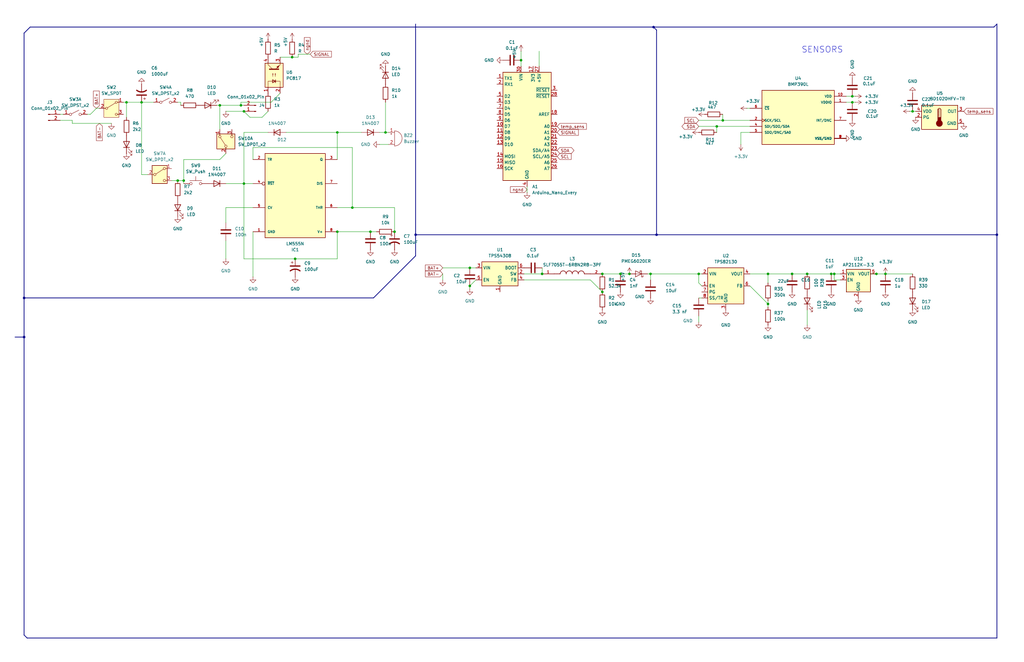
<source format=kicad_sch>
(kicad_sch (version 20250114) (generator "eeschema") (generator_version "9.0")
  (paper "USLedger")
  (text "SENSORS " (at 347.726 21.082 0) (effects (font (size 2.54 2.54))))
  (junction (at 351.79 115.57))
  (junction (at 261.62 115.57))
  (junction (at 102.87 46.99))
  (junction (at 198.12 113.03))
  (junction (at 10.16 125.73))
  (junction (at 102.87 77.47))
  (junction (at 162.56 55.88))
  (junction (at 156.21 97.79))
  (junction (at 334.01 115.57))
  (junction (at 219.71 25.4))
  (junction (at 59.69 43.18))
  (junction (at 10.16 142.24))
  (junction (at 275.59 11.43))
  (junction (at 74.93 76.2))
  (junction (at 166.37 97.79))
  (junction (at 274.32 115.57))
  (junction (at 369.57 115.57))
  (junction (at 254 123.19))
  (junction (at 323.85 128.27))
  (junction (at 350.52 115.57))
  (junction (at 265.43 115.57))
  (junction (at 373.38 115.57))
  (junction (at 302.26 53.34))
  (junction (at 304.8 50.8))
  (junction (at 228.6 115.57))
  (junction (at 323.85 115.57))
  (junction (at 359.41 43.18))
  (junction (at 276.86 99.06))
  (junction (at 359.41 40.64))
  (junction (at 294.64 115.57))
  (junction (at 92.71 44.45))
  (junction (at 123.19 24.13))
  (junction (at 77.47 76.2))
  (junction (at 340.36 115.57))
  (junction (at 53.34 43.18))
  (junction (at 384.81 46.99))
  (junction (at 148.59 87.63))
  (junction (at 142.24 97.79))
  (junction (at 124.46 109.22))
  (junction (at 142.24 55.88))
  (junction (at 175.26 99.06))
  (junction (at 198.12 120.65))
  (junction (at 254 115.57))
  (junction (at 101.6 44.45))
  (junction (at 420.37 99.06))
  (wire (pts (xy 295.91 120.65) (xy 294.64 119.38)))
  (wire (pts (xy 302.26 53.34) (xy 302.26 55.88)))
  (wire (pts (xy 166.37 87.63) (xy 166.37 97.79)))
  (wire (pts (xy 312.42 55.88) (xy 312.42 60.96)))
  (wire (pts (xy 130.81 22.86) (xy 125.73 22.86)))
  (wire (pts (xy 316.23 120.65) (xy 323.85 128.27)))
  (wire (pts (xy 356.87 58.42) (xy 355.6 58.42)))
  (wire (pts (xy 367.03 115.57) (xy 369.57 115.57)))
  (wire (pts (xy 156.21 97.79) (xy 158.75 97.79)))
  (wire (pts (xy 95.25 101.6) (xy 95.25 109.22)))
  (wire (pts (xy 114.3 43.18) (xy 118.11 39.37)))
  (wire (pts (xy 92.71 67.31) (xy 95.25 64.77)))
  (wire (pts (xy 52.07 43.18) (xy 53.34 43.18)))
  (bus (pts (xy 175.26 99.06) (xy 276.86 99.06)))
  (wire (pts (xy 316.23 45.72) (xy 314.96 45.72)))
  (wire (pts (xy 350.52 115.57) (xy 351.79 115.57)))
  (wire (pts (xy 220.98 115.57) (xy 228.6 115.57)))
  (wire (pts (xy 163.83 60.96) (xy 160.02 60.96)))
  (bus (pts (xy 157.48 125.73) (xy 175.26 107.95)))
  (bus (pts (xy 420.37 10.16) (xy 420.37 99.06)))
  (wire (pts (xy 323.85 115.57) (xy 334.01 115.57)))
  (wire (pts (xy 200.66 118.11) (xy 198.12 120.65)))
  (bus (pts (xy 276.86 12.7) (xy 275.59 11.43)))
  (wire (pts (xy 106.68 62.23) (xy 148.59 62.23)))
  (wire (pts (xy 294.64 133.35) (xy 294.64 135.89)))
  (wire (pts (xy 74.93 43.18) (xy 76.2 43.18)))
  (bus (pts (xy 175.26 107.95) (xy 175.26 99.06)))
  (wire (pts (xy 219.71 25.4) (xy 219.71 27.94)))
  (wire (pts (xy 351.79 115.57) (xy 354.33 115.57)))
  (bus (pts (xy 6.35 142.24) (xy 10.16 142.24)))
  (wire (pts (xy 106.68 116.84) (xy 106.68 97.79)))
  (wire (pts (xy 198.12 121.92) (xy 198.12 120.65)))
  (wire (pts (xy 102.87 77.47) (xy 106.68 77.47)))
  (wire (pts (xy 40.64 45.72) (xy 41.91 45.72)))
  (wire (pts (xy 162.56 43.18) (xy 162.56 55.88)))
  (wire (pts (xy 91.44 44.45) (xy 92.71 44.45)))
  (bus (pts (xy 420.37 99.06) (xy 420.37 269.24)))
  (wire (pts (xy 228.6 113.03) (xy 228.6 115.57)))
  (wire (pts (xy 304.8 48.26) (xy 304.8 50.8)))
  (wire (pts (xy 30.48 52.07) (xy 46.99 52.07)))
  (wire (pts (xy 302.26 53.34) (xy 316.23 53.34)))
  (wire (pts (xy 274.32 115.57) (xy 294.64 115.57)))
  (wire (pts (xy 26.67 48.26) (xy 25.4 48.26)))
  (wire (pts (xy 76.2 43.18) (xy 76.2 44.45)))
  (wire (pts (xy 53.34 43.18) (xy 59.69 43.18)))
  (wire (pts (xy 101.6 44.45) (xy 102.87 44.45)))
  (wire (pts (xy 163.83 55.88) (xy 162.56 55.88)))
  (wire (pts (xy 30.48 50.8) (xy 30.48 52.07)))
  (wire (pts (xy 356.87 40.64) (xy 359.41 40.64)))
  (wire (pts (xy 261.62 115.57) (xy 265.43 115.57)))
  (wire (pts (xy 148.59 87.63) (xy 166.37 87.63)))
  (wire (pts (xy 36.83 48.26) (xy 38.1 48.26)))
  (wire (pts (xy 274.32 118.11) (xy 274.32 115.57)))
  (wire (pts (xy 248.92 118.11) (xy 254 123.19)))
  (wire (pts (xy 162.56 55.88) (xy 160.02 55.88)))
  (bus (pts (xy 275.59 11.43) (xy 419.1 11.43)))
  (wire (pts (xy 316.23 115.57) (xy 323.85 115.57)))
  (wire (pts (xy 59.69 43.18) (xy 64.77 43.18)))
  (wire (pts (xy 101.6 43.18) (xy 114.3 43.18)))
  (wire (pts (xy 102.87 77.47) (xy 102.87 109.22)))
  (wire (pts (xy 227.33 21.59) (xy 227.33 27.94)))
  (wire (pts (xy 101.6 44.45) (xy 101.6 43.18)))
  (wire (pts (xy 92.71 44.45) (xy 92.71 54.61)))
  (bus (pts (xy 420.37 269.24) (xy 11.43 269.24)))
  (wire (pts (xy 359.41 40.64) (xy 360.68 40.64)))
  (wire (pts (xy 323.85 119.38) (xy 323.85 115.57)))
  (wire (pts (xy 254 115.57) (xy 261.62 115.57)))
  (wire (pts (xy 294.64 50.8) (xy 304.8 50.8)))
  (wire (pts (xy 222.25 81.28) (xy 222.25 78.74)))
  (wire (pts (xy 95.25 87.63) (xy 106.68 87.63)))
  (wire (pts (xy 106.68 62.23) (xy 106.68 67.31)))
  (wire (pts (xy 186.69 118.11) (xy 186.69 115.57)))
  (wire (pts (xy 124.46 109.22) (xy 142.24 109.22)))
  (wire (pts (xy 383.54 46.99) (xy 384.81 46.99)))
  (wire (pts (xy 102.87 46.99) (xy 105.41 49.53)))
  (wire (pts (xy 125.73 22.86) (xy 125.73 24.13)))
  (wire (pts (xy 59.69 73.66) (xy 62.23 73.66)))
  (wire (pts (xy 77.47 76.2) (xy 77.47 67.31)))
  (wire (pts (xy 340.36 115.57) (xy 350.52 115.57)))
  (wire (pts (xy 356.87 43.18) (xy 359.41 43.18)))
  (wire (pts (xy 312.42 55.88) (xy 316.23 55.88)))
  (wire (pts (xy 294.64 125.73) (xy 295.91 125.73)))
  (wire (pts (xy 38.1 48.26) (xy 40.64 45.72)))
  (wire (pts (xy 74.93 76.2) (xy 77.47 76.2)))
  (wire (pts (xy 294.64 115.57) (xy 294.64 119.38)))
  (wire (pts (xy 142.24 55.88) (xy 142.24 67.31)))
  (wire (pts (xy 294.64 115.57) (xy 295.91 115.57)))
  (wire (pts (xy 59.69 43.18) (xy 59.69 73.66)))
  (bus (pts (xy 10.16 125.73) (xy 10.16 142.24)))
  (wire (pts (xy 359.41 43.18) (xy 360.68 43.18)))
  (wire (pts (xy 369.57 115.57) (xy 373.38 115.57)))
  (wire (pts (xy 273.05 115.57) (xy 274.32 115.57)))
  (bus (pts (xy 276.86 99.06) (xy 420.37 99.06)))
  (wire (pts (xy 351.79 115.57) (xy 351.79 118.11)))
  (wire (pts (xy 198.12 113.03) (xy 200.66 113.03)))
  (wire (pts (xy 340.36 130.81) (xy 340.36 137.16)))
  (wire (pts (xy 373.38 115.57) (xy 384.81 115.57)))
  (wire (pts (xy 53.34 43.18) (xy 53.34 49.53)))
  (bus (pts (xy 12.7 11.43) (xy 275.59 11.43)))
  (wire (pts (xy 152.4 55.88) (xy 142.24 55.88)))
  (wire (pts (xy 384.81 46.99) (xy 386.08 46.99)))
  (wire (pts (xy 72.39 76.2) (xy 74.93 76.2)))
  (wire (pts (xy 77.47 77.47) (xy 77.47 76.2)))
  (wire (pts (xy 102.87 109.22) (xy 124.46 109.22)))
  (wire (pts (xy 220.98 118.11) (xy 248.92 118.11)))
  (wire (pts (xy 95.25 87.63) (xy 95.25 93.98)))
  (wire (pts (xy 102.87 55.88) (xy 113.03 55.88)))
  (wire (pts (xy 77.47 67.31) (xy 92.71 67.31)))
  (bus (pts (xy 175.26 10.16) (xy 175.26 99.06)))
  (wire (pts (xy 120.65 55.88) (xy 142.24 55.88)))
  (wire (pts (xy 334.01 115.57) (xy 340.36 115.57)))
  (wire (pts (xy 148.59 62.23) (xy 148.59 87.63)))
  (wire (pts (xy 323.85 127) (xy 323.85 128.27)))
  (wire (pts (xy 95.25 77.47) (xy 102.87 77.47)))
  (wire (pts (xy 105.41 49.53) (xy 110.49 49.53)))
  (wire (pts (xy 123.19 24.13) (xy 118.11 24.13)))
  (bus (pts (xy 10.16 13.97) (xy 12.7 11.43)))
  (wire (pts (xy 304.8 50.8) (xy 316.23 50.8)))
  (wire (pts (xy 110.49 49.53) (xy 113.03 46.99)))
  (wire (pts (xy 25.4 50.8) (xy 30.48 50.8)))
  (bus (pts (xy 10.16 267.97) (xy 10.16 142.24)))
  (wire (pts (xy 323.85 129.54) (xy 323.85 128.27)))
  (wire (pts (xy 92.71 44.45) (xy 101.6 44.45)))
  (wire (pts (xy 102.87 46.99) (xy 95.25 46.99)))
  (bus (pts (xy 10.16 13.97) (xy 10.16 125.73)))
  (wire (pts (xy 125.73 24.13) (xy 123.19 24.13)))
  (bus (pts (xy 10.16 125.73) (xy 157.48 125.73)))
  (wire (pts (xy 351.79 118.11) (xy 354.33 118.11)))
  (bus (pts (xy 276.86 99.06) (xy 276.86 12.7)))
  (wire (pts (xy 219.71 21.59) (xy 219.71 25.4)))
  (wire (pts (xy 186.69 113.03) (xy 198.12 113.03)))
  (bus (pts (xy 419.1 11.43) (xy 420.37 10.16)))
  (wire (pts (xy 142.24 97.79) (xy 156.21 97.79)))
  (wire (pts (xy 294.64 53.34) (xy 302.26 53.34)))
  (wire (pts (xy 102.87 55.88) (xy 102.87 77.47)))
  (bus (pts (xy 11.43 269.24) (xy 10.16 267.97)))
  (wire (pts (xy 142.24 87.63) (xy 148.59 87.63)))
  (wire (pts (xy 142.24 97.79) (xy 142.24 109.22)))
  (global_label "temp_sens" (shape input) (at 406.4 46.99 0) (property "Intersheetrefs" "${INTERSHEET_REFS}" (effects (hide yes))))
  (global_label "BAT-" (shape input) (at 41.91 52.07 270) (property "Intersheetrefs" "${INTERSHEET_REFS}" (effects (hide yes))))
  (global_label "SIGNAL" (shape input) (at 130.81 22.86 0) (property "Intersheetrefs" "${INTERSHEET_REFS}" (effects (hide yes))))
  (global_label "BAT-" (shape input) (at 186.69 115.57 180) (property "Intersheetrefs" "${INTERSHEET_REFS}" (effects (hide yes))))
  (global_label "temp_sens" (shape input) (at 234.95 53.34 0) (property "Intersheetrefs" "${INTERSHEET_REFS}" (effects (hide yes))))
  (global_label "SDA" (shape bidirectional) (at 234.95 63.5 0) (property "Intersheetrefs" "${INTERSHEET_REFS}" (effects (hide yes))))
  (global_label "ngnd" (shape input) (at 222.25 80.01 180) (property "Intersheetrefs" "${INTERSHEET_REFS}" (effects (hide yes))))
  (global_label "SIGNAL" (shape input) (at 234.95 55.88 0) (property "Intersheetrefs" "${INTERSHEET_REFS}" (effects (hide yes))))
  (global_label "BAT+" (shape input) (at 40.64 45.72 90) (property "Intersheetrefs" "${INTERSHEET_REFS}" (effects (hide yes))))
  (global_label "BAT+" (shape input) (at 186.69 113.03 180) (property "Intersheetrefs" "${INTERSHEET_REFS}" (effects (hide yes))))
  (global_label "SCL" (shape input) (at 234.95 66.04 0) (property "Intersheetrefs" "${INTERSHEET_REFS}" (effects (hide yes))))
  (global_label "ngnd" (shape input) (at 129.54 22.86 90) (property "Intersheetrefs" "${INTERSHEET_REFS}" (effects (hide yes))))
  (global_label "SCL" (shape input) (at 294.64 50.8 180) (property "Intersheetrefs" "${INTERSHEET_REFS}" (effects (hide yes))))
  (global_label "SDA" (shape bidirectional) (at 294.64 53.34 180) (property "Intersheetrefs" "${INTERSHEET_REFS}" (effects (hide yes))))
  (symbol (lib_id "power:GND") (at 406.4 52.07 0) (unit 1)
    (property "Reference" "#PWR0171" (effects (hide yes)))
    (property "Value" "GND" (at 406.4 57.15 0))
    (property "Description" "Power symbol creates a global label with name \"GND\" , ground" (effects (hide yes)))
  )
  (symbol (lib_id "power:GND") (at 386.08 49.53 0) (unit 1)
    (property "Reference" "#PWR0172" (effects (hide yes)))
    (property "Value" "GND" (at 386.08 54.61 0))
    (property "Description" "Power symbol creates a global label with name \"GND\" , ground" (effects (hide yes)))
  )
  (symbol (lib_id "Device:C") (at 95.25 97.79 0) (unit 1)
    (property "Reference" "C10" (at 99.06 96.5199 0) (effects (justify left)))
    (property "Value" "100n" (at 99.06 99.0599 0) (effects (justify left)))
    (property "Footprint" "Capacitor_SMD:C_0805_2012Metric" (effects (hide yes)))
    (property "Description" "Unpolarized capacitor" (effects (hide yes)))
  )
  (symbol (lib_id "Device:LED") (at 74.93 87.63 90) (unit 1)
    (property "Reference" "D9" (at 78.74 87.9474 90) (effects (justify right)))
    (property "Value" "LED" (at 78.74 90.4874 90) (effects (justify right)))
    (property "Footprint" "LED_THT:LED_D3.0mm" (effects (hide yes)))
    (property "Description" "Light emitting diode" (effects (hide yes)))
    (property "Sim.Pins" "1=K 2=A" (effects (hide yes)))
  )
  (symbol (lib_id "Device:D") (at 116.84 55.88 0) (unit 1)
    (property "Reference" "D12" (at 118.872 58.928 0))
    (property "Value" "1N4007" (at 116.84 52.07 0))
    (property "Footprint" "Diode_SMD:D_SOD-123F" (effects (hide yes)))
    (property "Description" "Diode" (effects (hide yes)))
    (property "Sim.Device" "D" (effects (hide yes)))
    (property "Sim.Pins" "1=K 2=A" (effects (hide yes)))
  )
  (symbol (lib_id "power:GND") (at 254 130.81 0) (unit 1)
    (property "Reference" "#PWR04" (effects (hide yes)))
    (property "Value" "GND" (at 254 135.89 0))
    (property "Description" "Power symbol creates a global label with name \"GND\" , ground" (effects (hide yes)))
  )
  (symbol (lib_id "power:+3.3V") (at 360.68 40.64 270) (unit 1)
    (property "Reference" "#PWR0149" (effects (hide yes)))
    (property "Value" "+3.3V" (at 364.49 40.6399 90) (effects (justify left)))
    (property "Description" "Power symbol creates a global label with name \"+3.3V\"" (effects (hide yes)))
  )
  (symbol (lib_id "power:GND") (at 156.21 105.41 0) (unit 1)
    (property "Reference" "#PWR018" (effects (hide yes)))
    (property "Value" "GND" (at 156.21 110.49 0))
    (property "Description" "Power symbol creates a global label with name \"GND\" , ground" (effects (hide yes)))
  )
  (symbol (lib_id "Device:R") (at 298.45 55.88 90) (unit 1)
    (property "Reference" "R11" (at 299.466 58.928 90))
    (property "Value" "4k7" (at 299.212 60.452 90))
    (property "Footprint" "Resistor_SMD:R_0805_2012Metric" (effects (hide yes)))
    (property "Description" "Resistor" (effects (hide yes)))
  )
  (symbol (lib_id "Device:R") (at 254 119.38 0) (unit 1)
    (property "Reference" "R1" (at 256.54 118.1099 0) (effects (justify left)))
    (property "Value" "52.3k" (at 256.54 120.6499 0) (effects (justify left)))
    (property "Footprint" "Resistor_SMD:R_0805_2012Metric" (effects (hide yes)))
    (property "Description" "Resistor" (effects (hide yes)))
  )
  (symbol (lib_id "Device:C") (at 274.32 121.92 0) (unit 1)
    (property "Reference" "C14" (at 280.67 120.142 0) (effects (justify left)))
    (property "Value" "10uF" (at 280.67 122.682 0) (effects (justify left)))
    (property "Footprint" "Capacitor_SMD:C_0805_2012Metric" (effects (hide yes)))
    (property "Description" "Unpolarized capacitor" (effects (hide yes)))
  )
  (symbol (lib_id "Device:Buzzer") (at 166.37 58.42 0) (unit 1)
    (property "Reference" "BZ2" (at 170.18 57.1499 0) (effects (justify left)))
    (property "Value" "Buzzer" (at 170.18 59.6899 0) (effects (justify left)))
    (property "Footprint" "Buzzer_Beeper:Buzzer_12x9.5RM7.6" (effects (hide yes)))
    (property "Description" "Buzzer, polarized" (effects (hide yes)))
  )
  (symbol (lib_id "Device:D") (at 91.44 77.47 180) (unit 1)
    (property "Reference" "D11" (at 91.44 71.12 0))
    (property "Value" "1N4007" (at 91.44 73.66 0))
    (property "Footprint" "Diode_SMD:D_SOD-123F" (effects (hide yes)))
    (property "Description" "Diode" (effects (hide yes)))
    (property "Sim.Device" "D" (effects (hide yes)))
    (property "Sim.Pins" "1=K 2=A" (effects (hide yes)))
  )
  (symbol (lib_id "Regulator_Linear:AP2112K-3.3") (at 361.95 118.11 0) (unit 1)
    (property "Reference" "U12" (at 361.95 109.22 0))
    (property "Value" "AP2112K-3.3" (at 361.95 111.76 0))
    (property "Footprint" "Package_TO_SOT_SMD:SOT-23-5" (effects (hide yes)))
    (property "Datasheet" "https://www.diodes.com/assets/Datasheets/AP2112.pdf" (effects (hide yes)))
    (property "Description" "600mA low dropout linear regulator, with enable pin, 3.8V-6V input voltage range, 3.3V fixed positive output, SOT-23-5" (effects (hide yes)))
  )
  (symbol (lib_id "power:GND") (at 106.68 116.84 0) (unit 1)
    (property "Reference" "#PWR020" (effects (hide yes)))
    (property "Value" "GND" (at 106.68 121.92 0))
    (property "Description" "Power symbol creates a global label with name \"GND\" , ground" (effects (hide yes)))
  )
  (symbol (lib_id "Device:LED") (at 162.56 31.75 270) (unit 1)
    (property "Reference" "D14" (at 165.1 28.8924 90) (effects (justify left)))
    (property "Value" "LED" (at 165.1 31.4324 90) (effects (justify left)))
    (property "Footprint" "LED_THT:LED_D3.0mm" (effects (hide yes)))
    (property "Description" "Light emitting diode" (effects (hide yes)))
    (property "Sim.Pins" "1=K 2=A" (effects (hide yes)))
  )
  (symbol (lib_id "Device:C_Polarized_US") (at 59.69 39.37 180) (unit 1)
    (property "Reference" "C6" (at 63.754 28.702 0) (effects (justify right)))
    (property "Value" "1000uF" (at 63.754 31.242 0) (effects (justify right)))
    (property "Footprint" "Capacitor_SMD:C_0805_2012Metric" (effects (hide yes)))
    (property "Description" "Polarized capacitor, US symbol" (effects (hide yes)))
  )
  (symbol (lib_id "power:GND") (at 274.32 125.73 0) (unit 1)
    (property "Reference" "#PWR0131" (effects (hide yes)))
    (property "Value" "GND" (at 269.748 125.222 0))
    (property "Description" "Power symbol creates a global label with name \"GND\" , ground" (effects (hide yes)))
  )
  (symbol (lib_id "power:GND") (at 74.93 91.44 0) (unit 1)
    (property "Reference" "#PWR015" (effects (hide yes)))
    (property "Value" "GND" (at 74.93 96.52 0))
    (property "Description" "Power symbol creates a global label with name \"GND\" , ground" (effects (hide yes)))
  )
  (symbol (lib_id "power:GND") (at 384.81 130.81 0) (unit 1)
    (property "Reference" "#PWR0193" (effects (hide yes)))
    (property "Value" "GND" (at 384.81 135.89 0))
    (property "Description" "Power symbol creates a global label with name \"GND\" , ground" (effects (hide yes)))
  )
  (symbol (lib_id "power:+3.3V") (at 314.96 45.72 90) (unit 1)
    (property "Reference" "#PWR0145" (effects (hide yes)))
    (property "Value" "+3.3V" (at 320.294 42.672 90) (effects (justify left)))
    (property "Description" "Power symbol creates a global label with name \"+3.3V\"" (effects (hide yes)))
  )
  (symbol (lib_id "power:GND") (at 323.85 137.16 0) (unit 1)
    (property "Reference" "#PWR0186" (effects (hide yes)))
    (property "Value" "GND" (at 323.85 142.24 0))
    (property "Description" "Power symbol creates a global label with name \"GND\" , ground" (effects (hide yes)))
  )
  (symbol (lib_id "Device:R") (at 123.19 20.32 0) (unit 1)
    (property "Reference" "R4" (at 125.73 19.0499 0) (effects (justify left)))
    (property "Value" "R" (at 125.73 21.5899 0) (effects (justify left)))
    (property "Footprint" "Resistor_SMD:R_0805_2012Metric" (effects (hide yes)))
    (property "Description" "Resistor" (effects (hide yes)))
  )
  (symbol (lib_id "Device:C") (at 224.79 113.03 90) (unit 1)
    (property "Reference" "C3" (at 224.79 105.41 90))
    (property "Value" "0.1uF" (at 224.79 107.95 90))
    (property "Footprint" "Capacitor_SMD:C_0805_2012Metric" (effects (hide yes)))
    (property "Description" "Unpolarized capacitor" (effects (hide yes)))
  )
  (symbol (lib_id "power:+3.3V") (at 312.42 60.96 180) (unit 1)
    (property "Reference" "#PWR0161" (effects (hide yes)))
    (property "Value" "+3.3V" (at 312.42 66.04 0))
    (property "Description" "Power symbol creates a global label with name \"+3.3V\"" (effects (hide yes)))
  )
  (symbol (lib_id "LM555N:LM555N") (at 124.46 82.55 0) (mirror x) (unit 1)
    (property "Reference" "IC1" (at 124.46 105.41 0))
    (property "Value" "LM555N" (at 124.46 102.87 0))
    (property "Footprint" "Package_SO:SOIC-8_3.9x4.9mm_P1.27mm" (effects (hide yes)))
    (property "MF" "Intersil" (effects (hide yes)))
    (property "Description_1" "TIMER FOR TIMING DELAYS" (effects (hide yes)))
    (property "Package" "None" (effects (hide yes)))
    (property "Price" "None" (effects (hide yes)))
    (property "SnapEDA_Link" "https://www.snapeda.com/parts/LM555N/Intersil/view-part/?ref=snap" (effects (hide yes)))
    (property "MP" "LM555N" (effects (hide yes)))
    (property "Availability" "Not in stock" (effects (hide yes)))
    (property "Check_prices" "https://www.snapeda.com/parts/LM555N/Intersil/view-part/?ref=eda" (effects (hide yes)))
  )
  (symbol (lib_id "Device:R") (at 254 127 0) (unit 1)
    (property "Reference" "R2" (at 256.54 125.7299 0) (effects (justify left)))
    (property "Value" "10k" (at 256.54 128.2699 0) (effects (justify left)))
    (property "Footprint" "Resistor_SMD:R_0805_2012Metric" (effects (hide yes)))
    (property "Description" "Resistor" (effects (hide yes)))
  )
  (symbol (lib_id "Device:C") (at 359.41 46.99 180) (unit 1)
    (property "Reference" "C20" (at 367.792 46.99 0))
    (property "Value" "0.1uF" (at 367.792 49.022 0))
    (property "Footprint" "Capacitor_SMD:C_0805_2012Metric" (effects (hide yes)))
    (property "Description" "Unpolarized capacitor" (effects (hide yes)))
  )
  (symbol (lib_id "Switch:SW_DPST_x2") (at 31.75 48.26 0) (unit 1)
    (property "Reference" "SW3" (at 31.75 41.91 0))
    (property "Value" "SW_DPST_x2" (at 31.75 44.45 0))
    (property "Footprint" "Connector_PinHeader_2.54mm:PinHeader_1x02_P2.54mm_Vertical" (effects (hide yes)))
    (property "Description" "Single Pole Single Throw (SPST) switch, separate symbol" (effects (hide yes)))
  )
  (symbol (lib_id "Regulator_Switching:TPS54308") (at 210.82 115.57 0) (unit 1)
    (property "Reference" "U1" (at 210.82 105.41 0))
    (property "Value" "TPS54308" (at 210.82 107.95 0))
    (property "Footprint" "Package_TO_SOT_SMD:SOT-23-6" (effects (hide yes)))
    (property "Datasheet" "http://www.ti.com/lit/ds/symlink/tps54308.pdf" (effects (hide yes)))
    (property "Description" "3A, 4.5 to 28V Input, EMI Friendly integrated switch synchronous step-down regulator, continuous-conduction, SOT-23-6" (effects (hide yes)))
  )
  (symbol (lib_id "power:+3.3V") (at 360.68 43.18 270) (unit 1)
    (property "Reference" "#PWR0147" (effects (hide yes)))
    (property "Value" "+3.3V" (at 364.49 43.1799 90) (effects (justify left)))
    (property "Description" "Power symbol creates a global label with name \"+3.3V\"" (effects (hide yes)))
  )
  (symbol (lib_id "Device:LED") (at 87.63 44.45 180) (unit 1)
    (property "Reference" "D10" (at 89.2175 36.83 0))
    (property "Value" "LED" (at 89.2175 39.37 0))
    (property "Footprint" "LED_THT:LED_D3.0mm" (effects (hide yes)))
    (property "Description" "Light emitting diode" (effects (hide yes)))
    (property "Sim.Pins" "1=K 2=A" (effects (hide yes)))
  )
  (symbol (lib_id "BMP390L:BMP390L") (at 336.55 50.8 0) (unit 1)
    (property "Reference" "U4" (at 336.55 33.02 0))
    (property "Value" "BMP390L" (at 336.55 35.56 0))
    (property "Footprint" "Package_LGA:ST_HLGA-10_2x2mm_P0.5mm_LayoutBorder3x2y" (effects (hide yes)))
    (property "MF" "Bosch Sensortec" (effects (hide yes)))
    (property "MAXIMUM_PACKAGE_HEIGHT" "0.8 mm" (effects (hide yes)))
    (property "Package" "None" (effects (hide yes)))
    (property "Price" "None" (effects (hide yes)))
    (property "Check_prices" "https://www.snapeda.com/parts/BMP390L/Bosch/view-part/?ref=eda" (effects (hide yes)))
    (property "STANDARD" "Manufacturer Recommendation" (effects (hide yes)))
    (property "PARTREV" "1.7" (effects (hide yes)))
    (property "SnapEDA_Link" "https://www.snapeda.com/parts/BMP390L/Bosch/view-part/?ref=snap" (effects (hide yes)))
    (property "MP" "BMP390L" (effects (hide yes)))
    (property "Description_1" "\n                        \n                            Pressure Sensor Development Tools Evaluation Shuttle Board for the BMP390L\n                        \n" (effects (hide yes)))
    (property "MANUFACTURER" "BOSCH" (effects (hide yes)))
    (property "Availability" "In Stock" (effects (hide yes)))
    (property "SNAPEDA_PN" "BMP390L" (effects (hide yes)))
  )
  (symbol (lib_id "Isolator:PC817") (at 115.57 31.75 90) (unit 1)
    (property "Reference" "U6" (at 120.65 30.4799 90) (effects (justify right)))
    (property "Value" "PC817" (at 120.65 33.0199 90) (effects (justify right)))
    (property "Footprint" "Package_DIP:DIP-4_W7.62mm" (effects (hide yes)))
    (property "Datasheet" "http://www.soselectronic.cz/a_info/resource/d/pc817.pdf" (effects (hide yes)))
    (property "Description" "DC Optocoupler, Vce 35V, CTR 50-300%, DIP-4" (effects (hide yes)))
  )
  (symbol (lib_id "Sensor_Temperature:BD1020HFV") (at 396.24 49.53 0) (unit 1)
    (property "Reference" "U5" (at 396.24 39.37 0))
    (property "Value" "BD1020HFV-TR" (at 399.542 41.656 0))
    (property "Footprint" "Package_TO_SOT_SMD:HVSOF5" (effects (hide yes)))
    (property "Datasheet" "http://rohmfs.rohm.com/en/products/databook/datasheet/ic/sensor/temperature/bd1020hfv-e.pdf" (effects (hide yes)))
    (property "Description" "Analog Output Temperature Sensor" (effects (hide yes)))
  )
  (symbol (lib_id "Device:R") (at 53.34 53.34 0) (unit 1)
    (property "Reference" "R6" (at 55.88 52.0699 0) (effects (justify left)))
    (property "Value" "2k2" (at 55.88 54.6099 0) (effects (justify left)))
    (property "Footprint" "Resistor_SMD:R_0805_2012Metric" (effects (hide yes)))
    (property "Description" "Resistor" (effects (hide yes)))
  )
  (symbol (lib_id "Regulator_Switching:TPS82130") (at 306.07 120.65 0) (unit 1)
    (property "Reference" "U2" (at 306.07 107.95 0))
    (property "Value" "TPS82130" (at 306.07 110.49 0))
    (property "Footprint" "Package_LGA:Texas_SIL0008D_MicroSiP-8-1EP_2.8x3mm_P0.65mm_EP1.1x1.9mm_ThermalVias" (effects (hide yes)))
    (property "Datasheet" "http://www.ti.com/lit/ds/symlink/tps82130.pdf" (effects (hide yes)))
    (property "Description" "17V Input 3A Step-Down Converter MicroSiP Module with Integrated Inductor, μSiL-8" (effects (hide yes)))
  )
  (symbol (lib_id "power:GND") (at 334.01 123.19 0) (unit 1)
    (property "Reference" "#PWR0187" (effects (hide yes)))
    (property "Value" "GND" (at 334.01 128.27 0))
    (property "Description" "Power symbol creates a global label with name \"GND\" , ground" (effects (hide yes)))
  )
  (symbol (lib_id "Device:C_Polarized_US") (at 166.37 101.6 0) (unit 1)
    (property "Reference" "C7" (at 170.18 99.6949 0) (effects (justify left)))
    (property "Value" "100uF" (at 170.18 102.2349 0) (effects (justify left)))
    (property "Footprint" "Capacitor_SMD:C_0805_2012Metric" (effects (hide yes)))
    (property "Description" "Polarized capacitor, US symbol" (effects (hide yes)))
  )
  (symbol (lib_id "Connector:Conn_01x02_Pin") (at 107.95 46.99 180) (unit 1)
    (property "Reference" "J4" (at 109.22 44.4499 0) (effects (justify right)))
    (property "Value" "Conn_01x02_Pin" (at 95.758 40.894 0) (effects (justify right)))
    (property "Footprint" "Connector_PinSocket_2.54mm:PinSocket_1x02_P2.54mm_Vertical" (effects (hide yes)))
    (property "Description" "Generic connector, single row, 01x02, script generated" (effects (hide yes)))
  )
  (symbol (lib_id "power:GND") (at 373.38 123.19 0) (unit 1)
    (property "Reference" "#PWR0192" (effects (hide yes)))
    (property "Value" "GND" (at 373.38 128.27 0))
    (property "Description" "Power symbol creates a global label with name \"GND\" , ground" (effects (hide yes)))
  )
  (symbol (lib_id "Device:R") (at 162.56 97.79 90) (unit 1)
    (property "Reference" "R9" (at 162.56 91.44 90))
    (property "Value" "10k" (at 162.56 93.98 90))
    (property "Footprint" "Resistor_SMD:R_0805_2012Metric" (effects (hide yes)))
    (property "Description" "Resistor" (effects (hide yes)))
  )
  (symbol (lib_id "Device:C") (at 261.62 119.38 0) (unit 1)
    (property "Reference" "C4" (at 265.43 118.1099 0) (effects (justify left)))
    (property "Value" "1nF" (at 265.43 120.6499 0) (effects (justify left)))
    (property "Footprint" "Capacitor_SMD:C_0805_2012Metric" (effects (hide yes)))
    (property "Description" "Unpolarized capacitor" (effects (hide yes)))
  )
  (symbol (lib_id "power:GND") (at 95.25 46.99 0) (unit 1)
    (property "Reference" "#PWR016" (effects (hide yes)))
    (property "Value" "GND" (at 95.25 52.07 0))
    (property "Description" "Power symbol creates a global label with name \"GND\" , ground" (effects (hide yes)))
  )
  (symbol (lib_id "power:+5V") (at 219.71 21.59 0) (unit 1)
    (property "Reference" "#PWR0144" (effects (hide yes)))
    (property "Value" "+5V" (at 216.916 24.892 90) (effects (justify left)))
    (property "Description" "Power symbol creates a global label with name \"+5V\"" (effects (hide yes)))
  )
  (symbol (lib_id "power:GND") (at 160.02 60.96 270) (unit 1)
    (property "Reference" "#PWR022" (effects (hide yes)))
    (property "Value" "GND" (at 156.21 60.9599 90) (effects (justify right)))
    (property "Description" "Power symbol creates a global label with name \"GND\" , ground" (effects (hide yes)))
  )
  (symbol (lib_id "Device:LED") (at 53.34 60.96 90) (unit 1)
    (property "Reference" "D8" (at 57.15 61.2774 90) (effects (justify right)))
    (property "Value" "LED" (at 57.15 63.8174 90) (effects (justify right)))
    (property "Footprint" "LED_THT:LED_D3.0mm" (effects (hide yes)))
    (property "Description" "Light emitting diode" (effects (hide yes)))
    (property "Sim.Pins" "1=K 2=A" (effects (hide yes)))
  )
  (symbol (lib_id "Device:R") (at 323.85 123.19 0) (unit 1)
    (property "Reference" "R35" (at 326.39 121.9199 0) (effects (justify left)))
    (property "Value" "350k" (at 326.39 124.4599 0) (effects (justify left)))
    (property "Footprint" "Resistor_SMD:R_0805_2012Metric" (effects (hide yes)))
    (property "Description" "Resistor" (effects (hide yes)))
  )
  (symbol (lib_id "power:GND") (at 124.46 116.84 0) (unit 1)
    (property "Reference" "#PWR019" (effects (hide yes)))
    (property "Value" "GND" (at 124.46 121.92 0))
    (property "Description" "Power symbol creates a global label with name \"GND\" , ground" (effects (hide yes)))
  )
  (symbol (lib_id "power:GND") (at 355.6 58.42 90) (unit 1)
    (property "Reference" "#PWR0167" (effects (hide yes)))
    (property "Value" "GND" (at 359.41 58.4199 90) (effects (justify right)))
    (property "Description" "Power symbol creates a global label with name \"GND\" , ground" (effects (hide yes)))
  )
  (symbol (lib_id "power:GND") (at 95.25 109.22 0) (unit 1)
    (property "Reference" "#PWR021" (effects (hide yes)))
    (property "Value" "GND" (at 95.25 114.3 0))
    (property "Description" "Power symbol creates a global label with name \"GND\" , ground" (effects (hide yes)))
  )
  (symbol (lib_id "Device:C") (at 334.01 119.38 0) (unit 1)
    (property "Reference" "C16" (at 337.82 118.1099 0) (effects (justify left)))
    (property "Value" "22uF" (at 327.914 118.618 0) (effects (justify left)))
    (property "Footprint" "Capacitor_SMD:C_0805_2012Metric" (effects (hide yes)))
    (property "Description" "Unpolarized capacitor" (effects (hide yes)))
  )
  (symbol (lib_id "power:GND") (at 59.69 35.56 180) (unit 1)
    (property "Reference" "#PWR014" (effects (hide yes)))
    (property "Value" "GND" (at 59.69 30.48 0))
    (property "Description" "Power symbol creates a global label with name \"GND\" , ground" (effects (hide yes)))
  )
  (symbol (lib_id "Connector:Conn_01x02_Pin") (at 20.32 48.26 0) (unit 1)
    (property "Reference" "J3" (at 20.955 43.18 0))
    (property "Value" "Conn_01x02_Pin" (at 20.955 45.72 0))
    (property "Footprint" "Connector_AMASS:AMASS_XT60-F_1x02_P7.20mm_Vertical" (effects (hide yes)))
    (property "Description" "Generic connector, single row, 01x02, script generated" (effects (hide yes)))
  )
  (symbol (lib_id "Device:LED") (at 384.81 127 90) (unit 1)
    (property "Reference" "D17" (at 388.62 127.3174 90) (effects (justify right)))
    (property "Value" "LED" (at 388.62 129.8574 90) (effects (justify right)))
    (property "Footprint" "LED_SMD:LED_0201_0603Metric" (effects (hide yes)))
    (property "Description" "Light emitting diode" (effects (hide yes)))
    (property "Sim.Pins" "1=K 2=A" (effects (hide yes)))
  )
  (symbol (lib_id "power:GND") (at 306.07 130.81 0) (unit 1)
    (property "Reference" "#PWR027" (effects (hide yes)))
    (property "Value" "GND" (at 306.07 137.16 0))
    (property "Description" "Power symbol creates a global label with name \"GND\" , ground" (effects (hide yes)))
  )
  (symbol (lib_id "Switch:SW_Push") (at 82.55 77.47 0) (unit 1)
    (property "Reference" "SW9" (at 82.55 69.85 0))
    (property "Value" "SW_Push" (at 82.55 72.39 0))
    (property "Footprint" "Connector_PinHeader_2.54mm:PinHeader_1x02_P2.54mm_Vertical" (effects (hide yes)))
    (property "Description" "Push button switch, generic, two pins" (effects (hide yes)))
  )
  (symbol (lib_id "Device:R") (at 323.85 133.35 0) (unit 1)
    (property "Reference" "R37" (at 326.39 132.0799 0) (effects (justify left)))
    (property "Value" "100k" (at 326.39 134.6199 0) (effects (justify left)))
    (property "Footprint" "Resistor_SMD:R_0805_2012Metric" (effects (hide yes)))
    (property "Description" "Resistor" (effects (hide yes)))
  )
  (symbol (lib_id "power:GND") (at 53.34 64.77 0) (unit 1)
    (property "Reference" "#PWR013" (effects (hide yes)))
    (property "Value" "GND" (at 53.34 69.85 0))
    (property "Description" "Power symbol creates a global label with name \"GND\" , ground" (effects (hide yes)))
  )
  (symbol (lib_id "power:GND") (at 340.36 137.16 0) (unit 1)
    (property "Reference" "#PWR06" (effects (hide yes)))
    (property "Value" "GND" (at 340.36 142.24 0))
    (property "Description" "Power symbol creates a global label with name \"GND\" , ground" (effects (hide yes)))
  )
  (symbol (lib_id "SLF7055T-6R8N2R8-3PF[1]:SLF7055T-6R8N2R8-3PF") (at 241.3 115.57 0) (unit 1)
    (property "Reference" "L3" (at 241.3 109.22 0))
    (property "Value" "SLF7055T-6R8N2R8-3PF" (at 241.3 111.76 0))
    (property "Footprint" "Inductor_SMD:L_7.3x7.3_H4.5" (effects (hide yes)))
    (property "MF" "TDK" (effects (hide yes)))
    (property "MAXIMUM_PACKAGE_HEIGHT" "5.8 mm" (effects (hide yes)))
    (property "Package" "NON STANDARD-2 TDK" (effects (hide yes)))
    (property "Price" "None" (effects (hide yes)))
    (property "Check_prices" "https://www.snapeda.com/parts/SLF7055T-6R8N2R8-3PF/TDK/view-part/?ref=eda" (effects (hide yes)))
    (property "STANDARD" "Manufacturer Recommendations" (effects (hide yes)))
    (property "PARTREV" "N/A" (effects (hide yes)))
    (property "SnapEDA_Link" "https://www.snapeda.com/parts/SLF7055T-6R8N2R8-3PF/TDK/view-part/?ref=snap" (effects (hide yes)))
    (property "MP" "SLF7055T-6R8N2R8-3PF" (effects (hide yes)))
    (property "Description_1" "Inductor Power Shielded Wirewound 6.8uH 30% 100KHz Ferrite 2.8A 44.2mOhm DCR T/R" (effects (hide yes)))
    (property "Availability" "In Stock" (effects (hide yes)))
    (property "MANUFACTURER" "TDK" (effects (hide yes)))
  )
  (symbol (lib_id "power:GND") (at 162.56 27.94 180) (unit 1)
    (property "Reference" "#PWR023" (effects (hide yes)))
    (property "Value" "GND" (at 162.56 22.86 0))
    (property "Description" "Power symbol creates a global label with name \"GND\" , ground" (effects (hide yes)))
  )
  (symbol (lib_id "power:GND") (at 361.95 125.73 0) (unit 1)
    (property "Reference" "#PWR0190" (effects (hide yes)))
    (property "Value" "GND" (at 361.95 130.81 0))
    (property "Description" "Power symbol creates a global label with name \"GND\" , ground" (effects (hide yes)))
  )
  (symbol (lib_id "power:GND") (at 166.37 105.41 0) (unit 1)
    (property "Reference" "#PWR017" (effects (hide yes)))
    (property "Value" "GND" (at 166.37 110.49 0))
    (property "Description" "Power symbol creates a global label with name \"GND\" , ground" (effects (hide yes)))
  )
  (symbol (lib_id "power:GND") (at 359.41 50.8 0) (unit 1)
    (property "Reference" "#PWR030" (effects (hide yes)))
    (property "Value" "GND" (at 359.4099 54.61 90) (effects (justify right)))
    (property "Description" "Power symbol creates a global label with name \"GND\" , ground" (effects (hide yes)))
  )
  (symbol (lib_id "power:GND") (at 212.09 25.4 270) (unit 1)
    (property "Reference" "#PWR01" (effects (hide yes)))
    (property "Value" "GND" (at 208.28 25.3999 90) (effects (justify right)))
    (property "Description" "Power symbol creates a global label with name \"GND\" , ground" (effects (hide yes)))
  )
  (symbol (lib_id "Device:R") (at 113.03 20.32 0) (unit 1)
    (property "Reference" "R5" (at 115.57 19.0499 0) (effects (justify left)))
    (property "Value" "R" (at 115.57 21.5899 0) (effects (justify left)))
    (property "Footprint" "Resistor_SMD:R_0805_2012Metric" (effects (hide yes)))
    (property "Description" "Resistor" (effects (hide yes)))
  )
  (symbol (lib_id "Switch:SW_SPDT") (at 46.99 45.72 0) (unit 1)
    (property "Reference" "SW2" (at 46.99 36.83 0))
    (property "Value" "SW_SPDT" (at 46.99 39.37 0))
    (property "Footprint" "Connector_PinHeader_2.54mm:PinHeader_1x03_P2.54mm_Vertical" (effects (hide yes)))
    (property "Description" "Switch, single pole double throw" (effects (hide yes)))
  )
  (symbol (lib_id "Device:C") (at 384.81 43.18 0) (unit 1)
    (property "Reference" "C22" (at 388.62 41.9099 0) (effects (justify left)))
    (property "Value" "0.1uF" (at 388.62 44.4499 0) (effects (justify left)))
    (property "Footprint" "Capacitor_SMD:C_0805_2012Metric" (effects (hide yes)))
    (property "Description" "Unpolarized capacitor" (effects (hide yes)))
  )
  (symbol (lib_id "Switch:SW_DPDT_x2") (at 95.25 59.69 90) (unit 1)
    (property "Reference" "SW10" (at 100.33 58.4199 90) (effects (justify right)))
    (property "Value" "SW_DPDT_x2" (at 100.33 60.9599 90) (effects (justify right)))
    (property "Footprint" "Connector_PinHeader_2.54mm:PinHeader_1x03_P2.54mm_Vertical" (effects (hide yes)))
    (property "Description" "Switch, dual pole double throw, separate symbols" (effects (hide yes)))
  )
  (symbol (lib_id "power:+5V") (at 113.03 16.51 0) (unit 1)
    (property "Reference" "#PWR0150" (effects (hide yes)))
    (property "Value" "+5V" (at 110.236 19.812 90) (effects (justify left)))
    (property "Description" "Power symbol creates a global label with name \"+5V\"" (effects (hide yes)))
  )
  (symbol (lib_id "Switch:SW_DPST_x2") (at 69.85 43.18 0) (unit 1)
    (property "Reference" "SW4" (at 69.85 36.83 0))
    (property "Value" "SW_DPST_x2" (at 69.85 39.37 0))
    (property "Footprint" "Connector_PinHeader_2.54mm:PinHeader_1x02_P2.54mm_Vertical" (effects (hide yes)))
    (property "Description" "Single Pole Single Throw (SPST) switch, separate symbol" (effects (hide yes)))
  )
  (symbol (lib_id "Device:C") (at 198.12 116.84 0) (unit 1)
    (property "Reference" "C2" (at 191.262 116.332 0) (effects (justify left)))
    (property "Value" "10uF" (at 192.278 118.872 0) (effects (justify left)))
    (property "Footprint" "Capacitor_SMD:C_0805_2012Metric" (effects (hide yes)))
    (property "Description" "Unpolarized capacitor" (effects (hide yes)))
  )
  (symbol (lib_id "power:+3.3V") (at 294.64 55.88 90) (unit 1)
    (property "Reference" "#PWR0158" (effects (hide yes)))
    (property "Value" "+3.3V" (at 292.1 57.658 90) (effects (justify left)))
    (property "Description" "Power symbol creates a global label with name \"+3.3V\"" (effects (hide yes)))
  )
  (symbol (lib_id "Device:C") (at 215.9 25.4 90) (unit 1)
    (property "Reference" "C1" (at 215.9 17.78 90))
    (property "Value" "0.1uF" (at 215.9 20.32 90))
    (property "Footprint" "Capacitor_SMD:C_0805_2012Metric" (effects (hide yes)))
    (property "Description" "Unpolarized capacitor" (effects (hide yes)))
  )
  (symbol (lib_id "power:+3.3V") (at 383.54 46.99 90) (unit 1)
    (property "Reference" "#PWR0170" (effects (hide yes)))
    (property "Value" "+3.3V" (at 382.27 44.45 90))
    (property "Description" "Power symbol creates a global label with name \"+3.3V\"" (effects (hide yes)))
  )
  (symbol (lib_id "Device:R") (at 113.03 43.18 0) (unit 1)
    (property "Reference" "R3" (at 115.57 41.9099 0) (effects (justify left)))
    (property "Value" "1k" (at 115.57 44.4499 0) (effects (justify left)))
    (property "Footprint" "Resistor_SMD:R_0805_2012Metric" (effects (hide yes)))
    (property "Description" "Resistor" (effects (hide yes)))
  )
  (symbol (lib_id "power:GND") (at 261.62 123.19 0) (unit 1)
    (property "Reference" "#PWR05" (effects (hide yes)))
    (property "Value" "GND" (at 261.62 128.27 0))
    (property "Description" "Power symbol creates a global label with name \"GND\" , ground" (effects (hide yes)))
  )
  (symbol (lib_id "power:+3.3V") (at 373.38 115.57 0) (unit 1)
    (property "Reference" "#PWR0191" (effects (hide yes)))
    (property "Value" "+3.3V" (at 373.38 110.49 0))
    (property "Description" "Power symbol creates a global label with name \"+3.3V\"" (effects (hide yes)))
  )
  (symbol (lib_id "power:GND") (at 359.41 33.02 180) (unit 1)
    (property "Reference" "#PWR029" (effects (hide yes)))
    (property "Value" "GND" (at 359.4099 29.21 90) (effects (justify right)))
    (property "Description" "Power symbol creates a global label with name \"GND\" , ground" (effects (hide yes)))
  )
  (symbol (lib_id "power:GND") (at 222.25 81.28 0) (unit 1)
    (property "Reference" "#PWR02" (effects (hide yes)))
    (property "Value" "GND" (at 222.25 86.36 0))
    (property "Description" "Power symbol creates a global label with name \"GND\" , ground" (effects (hide yes)))
  )
  (symbol (lib_id "power:GND") (at 186.69 118.11 0) (unit 1)
    (property "Reference" "#PWR07" (effects (hide yes)))
    (property "Value" "GND" (at 186.69 123.19 0))
    (property "Description" "Power symbol creates a global label with name \"GND\" , ground" (effects (hide yes)))
  )
  (symbol (lib_id "MCU_Module:Arduino_Nano_Every") (at 222.25 53.34 0) (unit 1)
    (property "Reference" "A1" (at 224.3933 78.74 0) (effects (justify left)))
    (property "Value" "Arduino_Nano_Every" (at 224.3933 81.28 0) (effects (justify left)))
    (property "Footprint" "Module:Arduino_Nano" (effects (hide yes)))
    (property "Datasheet" "https://content.arduino.cc/assets/NANOEveryV3.0_sch.pdf" (effects (hide yes)))
    (property "Description" "Arduino Nano Every" (effects (hide yes)))
  )
  (symbol (lib_id "Device:R") (at 162.56 39.37 0) (unit 1)
    (property "Reference" "R10" (at 165.1 38.0999 0) (effects (justify left)))
    (property "Value" "1k" (at 165.1 40.6399 0) (effects (justify left)))
    (property "Footprint" "Resistor_SMD:R_0805_2012Metric" (effects (hide yes)))
    (property "Description" "Resistor" (effects (hide yes)))
  )
  (symbol (lib_id "power:+3.3V") (at 297.18 48.26 90) (unit 1)
    (property "Reference" "#PWR0146" (effects (hide yes)))
    (property "Value" "+3.3V" (at 297.434 46.228 90) (effects (justify left)))
    (property "Description" "Power symbol creates a global label with name \"+3.3V\"" (effects (hide yes)))
  )
  (symbol (lib_id "Device:LED") (at 340.36 127 90) (unit 1)
    (property "Reference" "D16" (at 347.98 128.5875 0))
    (property "Value" "LED" (at 345.44 128.5875 0))
    (property "Footprint" "LED_SMD:LED_0201_0603Metric" (effects (hide yes)))
    (property "Description" "Light emitting diode" (effects (hide yes)))
    (property "Sim.Pins" "1=K 2=A" (effects (hide yes)))
  )
  (symbol (lib_id "Device:R") (at 80.01 44.45 90) (unit 1)
    (property "Reference" "R8" (at 80.01 38.1 90))
    (property "Value" "470" (at 80.01 40.64 90))
    (property "Footprint" "Resistor_SMD:R_0805_2012Metric" (effects (hide yes)))
    (property "Description" "Resistor" (effects (hide yes)))
  )
  (symbol (lib_id "power:+5V") (at 123.19 16.51 0) (unit 1)
    (property "Reference" "#PWR0151" (effects (hide yes)))
    (property "Value" "+5V" (at 120.396 19.812 90) (effects (justify left)))
    (property "Description" "Power symbol creates a global label with name \"+5V\"" (effects (hide yes)))
  )
  (symbol (lib_id "power:GND") (at 350.52 123.19 0) (unit 1)
    (property "Reference" "#PWR08" (effects (hide yes)))
    (property "Value" "GND" (at 350.52 128.27 0))
    (property "Description" "Power symbol creates a global label with name \"GND\" , ground" (effects (hide yes)))
  )
  (symbol (lib_id "Device:D") (at 156.21 55.88 180) (unit 1)
    (property "Reference" "D13" (at 156.21 49.53 0))
    (property "Value" "1N4007" (at 156.21 52.07 0))
    (property "Footprint" "Diode_SMD:D_SOD-123F" (effects (hide yes)))
    (property "Description" "Diode" (effects (hide yes)))
    (property "Sim.Device" "D" (effects (hide yes)))
    (property "Sim.Pins" "1=K 2=A" (effects (hide yes)))
  )
  (symbol (lib_id "Device:R") (at 74.93 80.01 0) (unit 1)
    (property "Reference" "R7" (at 77.47 78.7399 0) (effects (justify left)))
    (property "Value" "2k2" (at 77.47 81.2799 0) (effects (justify left)))
    (property "Footprint" "Resistor_SMD:R_0805_2012Metric" (effects (hide yes)))
    (property "Description" "Resistor" (effects (hide yes)))
  )
  (symbol (lib_id "Device:R") (at 340.36 119.38 0) (unit 1)
    (property "Reference" "R38" (at 346.71 119.38 90))
    (property "Value" "100" (at 344.17 119.38 90))
    (property "Footprint" "Resistor_SMD:R_0805_2012Metric" (effects (hide yes)))
    (property "Description" "Resistor" (effects (hide yes)))
  )
  (symbol (lib_id "power:GND") (at 294.64 135.89 0) (unit 1)
    (property "Reference" "#PWR0132" (effects (hide yes)))
    (property "Value" "GND" (at 290.068 135.382 0))
    (property "Description" "Power symbol creates a global label with name \"GND\" , ground" (effects (hide yes)))
  )
  (symbol (lib_id "power:GND") (at 198.12 121.92 0) (unit 1)
    (property "Reference" "#PWR03" (effects (hide yes)))
    (property "Value" "GND" (at 198.12 127 0))
    (property "Description" "Power symbol creates a global label with name \"GND\" , ground" (effects (hide yes)))
  )
  (symbol (lib_id "Device:C_Polarized_US") (at 124.46 113.03 0) (unit 1)
    (property "Reference" "C9" (at 128.27 111.1249 0) (effects (justify left)))
    (property "Value" "100uF" (at 128.27 113.6649 0) (effects (justify left)))
    (property "Footprint" "Capacitor_SMD:C_0805_2012Metric" (effects (hide yes)))
    (property "Description" "Polarized capacitor, US symbol" (effects (hide yes)))
  )
  (symbol (lib_id "Device:C") (at 373.38 119.38 0) (unit 1)
    (property "Reference" "C18" (at 377.19 118.1099 0) (effects (justify left)))
    (property "Value" "1u" (at 377.19 120.6499 0) (effects (justify left)))
    (property "Footprint" "Capacitor_SMD:C_0805_2012Metric" (effects (hide yes)))
    (property "Description" "Unpolarized capacitor" (effects (hide yes)))
  )
  (symbol (lib_id "Device:C") (at 350.52 119.38 0) (unit 1)
    (property "Reference" "C11" (at 347.98 109.982 0) (effects (justify left)))
    (property "Value" "1uF" (at 347.98 112.522 0) (effects (justify left)))
    (property "Footprint" "Capacitor_SMD:C_0805_2012Metric" (effects (hide yes)))
    (property "Description" "Unpolarized capacitor" (effects (hide yes)))
  )
  (symbol (lib_id "Diode:PMEG6020ER") (at 269.24 115.57 180) (unit 1)
    (property "Reference" "D15" (at 268.224 107.696 0))
    (property "Value" "PMEG6020ER" (at 268.224 110.236 0))
    (property "Footprint" "Diode_SMD:Nexperia_CFP3_SOD-123W" (effects (hide yes)))
    (property "Datasheet" "https://assets.nexperia.com/documents/data-sheet/PMEG6020ER.pdf" (effects (hide yes)))
    (property "Description" "60V, 2A low Vf MEGA Schottky barrier rectifier, SOD-123W" (effects (hide yes)))
  )
  (symbol (lib_id "Device:C") (at 359.41 36.83 180) (unit 1)
    (property "Reference" "C21" (at 366.014 33.02 0))
    (property "Value" "0.1uF" (at 366.522 35.306 0))
    (property "Footprint" "Capacitor_SMD:C_0805_2012Metric" (effects (hide yes)))
    (property "Description" "Unpolarized capacitor" (effects (hide yes)))
  )
  (symbol (lib_id "power:+5V") (at 265.43 115.57 0) (unit 1)
    (property "Reference" "#PWR0148" (effects (hide yes)))
    (property "Value" "+5V" (at 262.636 118.872 90) (effects (justify left)))
    (property "Description" "Power symbol creates a global label with name \"+5V\"" (effects (hide yes)))
  )
  (symbol (lib_id "power:GND") (at 384.81 39.37 180) (unit 1)
    (property "Reference" "#PWR0199" (effects (hide yes)))
    (property "Value" "GND" (at 384.81 34.29 0))
    (property "Description" "Power symbol creates a global label with name \"GND\" , ground" (effects (hide yes)))
  )
  (symbol (lib_id "power:GND") (at 46.99 52.07 0) (unit 1)
    (property "Reference" "#PWR012" (effects (hide yes)))
    (property "Value" "GND" (at 46.99 57.15 0))
    (property "Description" "Power symbol creates a global label with name \"GND\" , ground" (effects (hide yes)))
  )
  (symbol (lib_id "Switch:SW_DPDT_x2") (at 67.31 73.66 0) (unit 1)
    (property "Reference" "SW7" (at 67.31 64.77 0))
    (property "Value" "SW_DPDT_x2" (at 67.31 67.31 0))
    (property "Footprint" "Connector_PinHeader_2.54mm:PinHeader_1x03_P2.54mm_Vertical" (effects (hide yes)))
    (property "Description" "Switch, dual pole double throw, separate symbols" (effects (hide yes)))
  )
  (symbol (lib_id "Device:R") (at 384.81 119.38 0) (unit 1)
    (property "Reference" "R39" (at 387.35 118.1099 0) (effects (justify left)))
    (property "Value" "330" (at 387.35 120.6499 0) (effects (justify left)))
    (property "Footprint" "Resistor_SMD:R_0805_2012Metric" (effects (hide yes)))
    (property "Description" "Resistor" (effects (hide yes)))
  )
  (symbol (lib_id "Device:C") (at 294.64 129.54 0) (unit 1)
    (property "Reference" "C15" (at 283.464 129.032 0) (effects (justify left)))
    (property "Value" "3.3 nF" (at 283.464 131.572 0) (effects (justify left)))
    (property "Footprint" "Capacitor_SMD:C_0805_2012Metric" (effects (hide yes)))
    (property "Description" "Unpolarized capacitor" (effects (hide yes)))
  )
  (symbol (lib_id "Device:R") (at 300.99 48.26 90) (unit 1)
    (property "Reference" "R12" (at 300.736 43.434 90))
    (property "Value" "4k7" (at 300.228 45.212 90))
    (property "Footprint" "Resistor_SMD:R_0805_2012Metric" (effects (hide yes)))
    (property "Description" "Resistor" (effects (hide yes)))
  )
  (symbol (lib_id "Device:C") (at 156.21 101.6 0) (unit 1)
    (property "Reference" "C8" (at 160.02 100.3299 0) (effects (justify left)))
    (property "Value" "100n" (at 160.02 102.8699 0) (effects (justify left)))
    (property "Footprint" "Capacitor_SMD:C_0805_2012Metric" (effects (hide yes)))
    (property "Description" "Unpolarized capacitor" (effects (hide yes)))
  )
)
</source>
